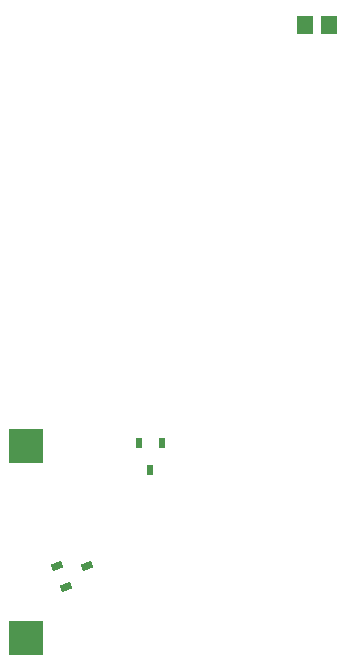
<source format=gtp>
G04 Layer_Color=8421504*
%FSLAX25Y25*%
%MOIN*%
G70*
G01*
G75*
%ADD10R,0.11811X0.11811*%
%ADD11R,0.05512X0.05905*%
%ADD12R,0.02362X0.03740*%
G04:AMPARAMS|DCode=13|XSize=23.62mil|YSize=37.4mil|CornerRadius=0mil|HoleSize=0mil|Usage=FLASHONLY|Rotation=112.500|XOffset=0mil|YOffset=0mil|HoleType=Round|Shape=Rectangle|*
%AMROTATEDRECTD13*
4,1,4,0.02180,-0.00376,-0.01276,-0.01807,-0.02180,0.00376,0.01276,0.01807,0.02180,-0.00376,0.0*
%
%ADD13ROTATEDRECTD13*%

D10*
X-41500Y-33000D02*
D03*
Y31000D02*
D03*
D11*
X51563Y171500D02*
D03*
X59437D02*
D03*
D12*
X3740Y32185D02*
D03*
X-3740D02*
D03*
X0Y22933D02*
D03*
D13*
X-31166Y-8858D02*
D03*
X-28303Y-15769D02*
D03*
X-21187Y-8773D02*
D03*
M02*

</source>
